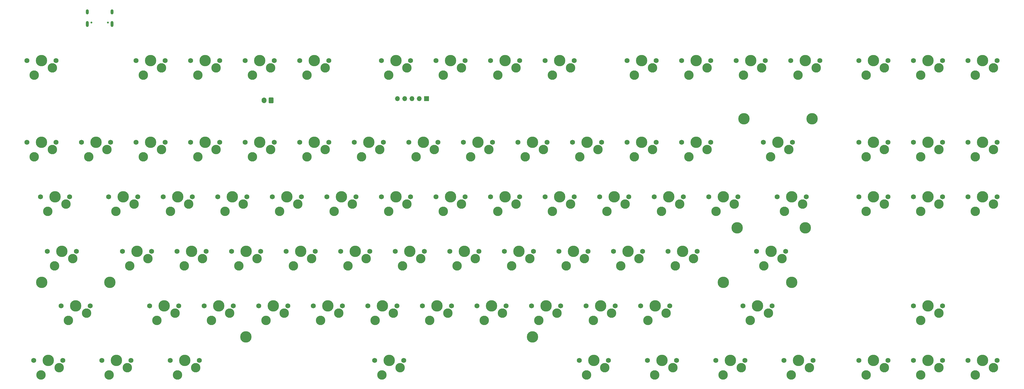
<source format=gbr>
%TF.GenerationSoftware,KiCad,Pcbnew,8.0.8*%
%TF.CreationDate,2025-02-03T21:48:35-05:00*%
%TF.ProjectId,OakSpring,4f616b53-7072-4696-9e67-2e6b69636164,rev?*%
%TF.SameCoordinates,Original*%
%TF.FileFunction,Soldermask,Top*%
%TF.FilePolarity,Negative*%
%FSLAX46Y46*%
G04 Gerber Fmt 4.6, Leading zero omitted, Abs format (unit mm)*
G04 Created by KiCad (PCBNEW 8.0.8) date 2025-02-03 21:48:35*
%MOMM*%
%LPD*%
G01*
G04 APERTURE LIST*
G04 Aperture macros list*
%AMRoundRect*
0 Rectangle with rounded corners*
0 $1 Rounding radius*
0 $2 $3 $4 $5 $6 $7 $8 $9 X,Y pos of 4 corners*
0 Add a 4 corners polygon primitive as box body*
4,1,4,$2,$3,$4,$5,$6,$7,$8,$9,$2,$3,0*
0 Add four circle primitives for the rounded corners*
1,1,$1+$1,$2,$3*
1,1,$1+$1,$4,$5*
1,1,$1+$1,$6,$7*
1,1,$1+$1,$8,$9*
0 Add four rect primitives between the rounded corners*
20,1,$1+$1,$2,$3,$4,$5,0*
20,1,$1+$1,$4,$5,$6,$7,0*
20,1,$1+$1,$6,$7,$8,$9,0*
20,1,$1+$1,$8,$9,$2,$3,0*%
G04 Aperture macros list end*
%ADD10C,3.987800*%
%ADD11C,1.750000*%
%ADD12C,3.300000*%
%ADD13R,1.700000X1.700000*%
%ADD14O,1.700000X1.700000*%
%ADD15RoundRect,0.250000X0.600000X0.750000X-0.600000X0.750000X-0.600000X-0.750000X0.600000X-0.750000X0*%
%ADD16O,1.700000X2.000000*%
%ADD17C,0.650000*%
%ADD18O,1.000000X1.800000*%
%ADD19O,1.000000X2.100000*%
G04 APERTURE END LIST*
D10*
%TO.C,S5*%
X209518250Y-134623050D03*
X109505750Y-134623050D03*
%TD*%
%TO.C,S4*%
X304800000Y-96520000D03*
X280987500Y-96520000D03*
%TD*%
%TO.C,S3*%
X300037500Y-115570000D03*
X276225000Y-115570000D03*
%TD*%
%TO.C,S2*%
X61976000Y-115570000D03*
X38163500Y-115570000D03*
%TD*%
%TO.C,S1*%
X307181250Y-58420000D03*
X283368750Y-58420000D03*
%TD*%
D11*
%TO.C,MX17*%
X33020000Y-66675000D03*
D10*
X38100000Y-66675000D03*
D11*
X43180000Y-66675000D03*
D12*
X41910000Y-69215000D03*
X35560000Y-71755000D03*
%TD*%
D11*
%TO.C,MX7*%
X175895000Y-38100000D03*
D10*
X180975000Y-38100000D03*
D11*
X186055000Y-38100000D03*
D12*
X184785000Y-40640000D03*
X178435000Y-43180000D03*
%TD*%
D11*
%TO.C,MX24*%
X166370000Y-66675000D03*
D10*
X171450000Y-66675000D03*
D11*
X176530000Y-66675000D03*
D12*
X175260000Y-69215000D03*
X168910000Y-71755000D03*
%TD*%
D11*
%TO.C,MX10*%
X242570000Y-38100000D03*
D10*
X247650000Y-38100000D03*
D11*
X252730000Y-38100000D03*
D12*
X251460000Y-40640000D03*
X245110000Y-43180000D03*
%TD*%
D11*
%TO.C,MX75*%
X283051250Y-123825000D03*
D10*
X288131250Y-123825000D03*
D11*
X293211250Y-123825000D03*
D12*
X291941250Y-126365000D03*
X285591250Y-128905000D03*
%TD*%
D11*
%TO.C,MX71*%
X190182500Y-123825000D03*
D10*
X195262500Y-123825000D03*
D11*
X200342500Y-123825000D03*
D12*
X199072500Y-126365000D03*
X192722500Y-128905000D03*
%TD*%
D11*
%TO.C,MX74*%
X247332500Y-123825000D03*
D10*
X252412500Y-123825000D03*
D11*
X257492500Y-123825000D03*
D12*
X256222500Y-126365000D03*
X249872500Y-128905000D03*
%TD*%
D11*
%TO.C,MX68*%
X133032500Y-123825000D03*
D10*
X138112500Y-123825000D03*
D11*
X143192500Y-123825000D03*
D12*
X141922500Y-126365000D03*
X135572500Y-128905000D03*
%TD*%
D11*
%TO.C,MX44*%
X233045000Y-85725000D03*
D10*
X238125000Y-85725000D03*
D11*
X243205000Y-85725000D03*
D12*
X241935000Y-88265000D03*
X235585000Y-90805000D03*
%TD*%
D11*
%TO.C,MX85*%
X323532500Y-142875000D03*
D10*
X328612500Y-142875000D03*
D11*
X333692500Y-142875000D03*
D12*
X332422500Y-145415000D03*
X326072500Y-147955000D03*
%TD*%
D11*
%TO.C,MX61*%
X237807500Y-104775000D03*
D10*
X242887500Y-104775000D03*
D11*
X247967500Y-104775000D03*
D12*
X246697500Y-107315000D03*
X240347500Y-109855000D03*
%TD*%
D11*
%TO.C,MX28*%
X242570000Y-66675000D03*
D10*
X247650000Y-66675000D03*
D11*
X252730000Y-66675000D03*
D12*
X251460000Y-69215000D03*
X245110000Y-71755000D03*
%TD*%
D11*
%TO.C,MX39*%
X137795000Y-85725000D03*
D10*
X142875000Y-85725000D03*
D11*
X147955000Y-85725000D03*
D12*
X146685000Y-88265000D03*
X140335000Y-90805000D03*
%TD*%
D11*
%TO.C,MX25*%
X185420000Y-66675000D03*
D10*
X190500000Y-66675000D03*
D11*
X195580000Y-66675000D03*
D12*
X194310000Y-69215000D03*
X187960000Y-71755000D03*
%TD*%
D11*
%TO.C,MX26*%
X204470000Y-66675000D03*
D10*
X209550000Y-66675000D03*
D11*
X214630000Y-66675000D03*
D12*
X213360000Y-69215000D03*
X207010000Y-71755000D03*
%TD*%
D11*
%TO.C,MX56*%
X142557500Y-104775000D03*
D10*
X147637500Y-104775000D03*
D11*
X152717500Y-104775000D03*
D12*
X151447500Y-107315000D03*
X145097500Y-109855000D03*
%TD*%
D11*
%TO.C,MX70*%
X171132500Y-123825000D03*
D10*
X176212500Y-123825000D03*
D11*
X181292500Y-123825000D03*
D12*
X180022500Y-126365000D03*
X173672500Y-128905000D03*
%TD*%
D11*
%TO.C,MX59*%
X199707500Y-104775000D03*
D10*
X204787500Y-104775000D03*
D11*
X209867500Y-104775000D03*
D12*
X208597500Y-107315000D03*
X202247500Y-109855000D03*
%TD*%
D11*
%TO.C,MX40*%
X156845000Y-85725000D03*
D10*
X161925000Y-85725000D03*
D11*
X167005000Y-85725000D03*
D12*
X165735000Y-88265000D03*
X159385000Y-90805000D03*
%TD*%
D11*
%TO.C,MX41*%
X175895000Y-85725000D03*
D10*
X180975000Y-85725000D03*
D11*
X186055000Y-85725000D03*
D12*
X184785000Y-88265000D03*
X178435000Y-90805000D03*
%TD*%
D13*
%TO.C,J3*%
X172525000Y-51450000D03*
D14*
X169985000Y-51450000D03*
X167445000Y-51450000D03*
X164905000Y-51450000D03*
X162365000Y-51450000D03*
%TD*%
D11*
%TO.C,MX42*%
X194945000Y-85725000D03*
D10*
X200025000Y-85725000D03*
D11*
X205105000Y-85725000D03*
D12*
X203835000Y-88265000D03*
X197485000Y-90805000D03*
%TD*%
D11*
%TO.C,MX38*%
X118745000Y-85725000D03*
D10*
X123825000Y-85725000D03*
D11*
X128905000Y-85725000D03*
D12*
X127635000Y-88265000D03*
X121285000Y-90805000D03*
%TD*%
D11*
%TO.C,MX15*%
X342582500Y-38100000D03*
D10*
X347662500Y-38100000D03*
D11*
X352742500Y-38100000D03*
D12*
X351472500Y-40640000D03*
X345122500Y-43180000D03*
%TD*%
D11*
%TO.C,MX76*%
X342582500Y-123825000D03*
D10*
X347662500Y-123825000D03*
D11*
X352742500Y-123825000D03*
D12*
X351472500Y-126365000D03*
X345122500Y-128905000D03*
%TD*%
D11*
%TO.C,MX66*%
X94932500Y-123825000D03*
D10*
X100012500Y-123825000D03*
D11*
X105092500Y-123825000D03*
D12*
X103822500Y-126365000D03*
X97472500Y-128905000D03*
%TD*%
D11*
%TO.C,MX52*%
X66357500Y-104775000D03*
D10*
X71437500Y-104775000D03*
D11*
X76517500Y-104775000D03*
D12*
X75247500Y-107315000D03*
X68897500Y-109855000D03*
%TD*%
D11*
%TO.C,MX35*%
X61595000Y-85725000D03*
D10*
X66675000Y-85725000D03*
D11*
X71755000Y-85725000D03*
D12*
X70485000Y-88265000D03*
X64135000Y-90805000D03*
%TD*%
D11*
%TO.C,MX55*%
X123507500Y-104775000D03*
D10*
X128587500Y-104775000D03*
D11*
X133667500Y-104775000D03*
D12*
X132397500Y-107315000D03*
X126047500Y-109855000D03*
%TD*%
D11*
%TO.C,MX80*%
X154463750Y-142875000D03*
D10*
X159543750Y-142875000D03*
D11*
X164623750Y-142875000D03*
D12*
X163353750Y-145415000D03*
X157003750Y-147955000D03*
%TD*%
D11*
%TO.C,MX51*%
X40163750Y-104775000D03*
D10*
X45243750Y-104775000D03*
D11*
X50323750Y-104775000D03*
D12*
X49053750Y-107315000D03*
X42703750Y-109855000D03*
%TD*%
D11*
%TO.C,MX50*%
X361632500Y-85725000D03*
D10*
X366712500Y-85725000D03*
D11*
X371792500Y-85725000D03*
D12*
X370522500Y-88265000D03*
X364172500Y-90805000D03*
%TD*%
D11*
%TO.C,MX73*%
X228282500Y-123825000D03*
D10*
X233362500Y-123825000D03*
D11*
X238442500Y-123825000D03*
D12*
X237172500Y-126365000D03*
X230822500Y-128905000D03*
%TD*%
D11*
%TO.C,MX8*%
X194945000Y-38100000D03*
D10*
X200025000Y-38100000D03*
D11*
X205105000Y-38100000D03*
D12*
X203835000Y-40640000D03*
X197485000Y-43180000D03*
%TD*%
D11*
%TO.C,MX53*%
X85407500Y-104775000D03*
D10*
X90487500Y-104775000D03*
D11*
X95567500Y-104775000D03*
D12*
X94297500Y-107315000D03*
X87947500Y-109855000D03*
%TD*%
D11*
%TO.C,MX81*%
X225901250Y-142875000D03*
D10*
X230981250Y-142875000D03*
D11*
X236061250Y-142875000D03*
D12*
X234791250Y-145415000D03*
X228441250Y-147955000D03*
%TD*%
D11*
%TO.C,MX84*%
X297338750Y-142875000D03*
D10*
X302418750Y-142875000D03*
D11*
X307498750Y-142875000D03*
D12*
X306228750Y-145415000D03*
X299878750Y-147955000D03*
%TD*%
D11*
%TO.C,MX3*%
X90170000Y-38100000D03*
D10*
X95250000Y-38100000D03*
D11*
X100330000Y-38100000D03*
D12*
X99060000Y-40640000D03*
X92710000Y-43180000D03*
%TD*%
D11*
%TO.C,MX5*%
X128270000Y-38100000D03*
D10*
X133350000Y-38100000D03*
D11*
X138430000Y-38100000D03*
D12*
X137160000Y-40640000D03*
X130810000Y-43180000D03*
%TD*%
D11*
%TO.C,MX77*%
X35401250Y-142875000D03*
D10*
X40481250Y-142875000D03*
D11*
X45561250Y-142875000D03*
D12*
X44291250Y-145415000D03*
X37941250Y-147955000D03*
%TD*%
D11*
%TO.C,MX29*%
X261620000Y-66675000D03*
D10*
X266700000Y-66675000D03*
D11*
X271780000Y-66675000D03*
D12*
X270510000Y-69215000D03*
X264160000Y-71755000D03*
%TD*%
D11*
%TO.C,MX32*%
X342582500Y-66675000D03*
D10*
X347662500Y-66675000D03*
D11*
X352742500Y-66675000D03*
D12*
X351472500Y-69215000D03*
X345122500Y-71755000D03*
%TD*%
D11*
%TO.C,MX14*%
X323532500Y-38100000D03*
D10*
X328612500Y-38100000D03*
D11*
X333692500Y-38100000D03*
D12*
X332422500Y-40640000D03*
X326072500Y-43180000D03*
%TD*%
D11*
%TO.C,MX4*%
X109220000Y-38100000D03*
D10*
X114300000Y-38100000D03*
D11*
X119380000Y-38100000D03*
D12*
X118110000Y-40640000D03*
X111760000Y-43180000D03*
%TD*%
D11*
%TO.C,MX82*%
X249713750Y-142875000D03*
D10*
X254793750Y-142875000D03*
D11*
X259873750Y-142875000D03*
D12*
X258603750Y-145415000D03*
X252253750Y-147955000D03*
%TD*%
D11*
%TO.C,MX78*%
X59213750Y-142875000D03*
D10*
X64293750Y-142875000D03*
D11*
X69373750Y-142875000D03*
D12*
X68103750Y-145415000D03*
X61753750Y-147955000D03*
%TD*%
D11*
%TO.C,MX72*%
X209232500Y-123825000D03*
D10*
X214312500Y-123825000D03*
D11*
X219392500Y-123825000D03*
D12*
X218122500Y-126365000D03*
X211772500Y-128905000D03*
%TD*%
D11*
%TO.C,MX13*%
X299720000Y-38100000D03*
D10*
X304800000Y-38100000D03*
D11*
X309880000Y-38100000D03*
D12*
X308610000Y-40640000D03*
X302260000Y-43180000D03*
%TD*%
D11*
%TO.C,MX19*%
X71120000Y-66675000D03*
D10*
X76200000Y-66675000D03*
D11*
X81280000Y-66675000D03*
D12*
X80010000Y-69215000D03*
X73660000Y-71755000D03*
%TD*%
D11*
%TO.C,MX54*%
X104457500Y-104775000D03*
D10*
X109537500Y-104775000D03*
D11*
X114617500Y-104775000D03*
D12*
X113347500Y-107315000D03*
X106997500Y-109855000D03*
%TD*%
D15*
%TO.C,J2*%
X118325000Y-51975000D03*
D16*
X115825000Y-51975000D03*
%TD*%
D11*
%TO.C,MX79*%
X83026250Y-142875000D03*
D10*
X88106250Y-142875000D03*
D11*
X93186250Y-142875000D03*
D12*
X91916250Y-145415000D03*
X85566250Y-147955000D03*
%TD*%
D11*
%TO.C,MX49*%
X342582500Y-85725000D03*
D10*
X347662500Y-85725000D03*
D11*
X352742500Y-85725000D03*
D12*
X351472500Y-88265000D03*
X345122500Y-90805000D03*
%TD*%
D11*
%TO.C,MX43*%
X213995000Y-85725000D03*
D10*
X219075000Y-85725000D03*
D11*
X224155000Y-85725000D03*
D12*
X222885000Y-88265000D03*
X216535000Y-90805000D03*
%TD*%
D11*
%TO.C,MX2*%
X71120000Y-38100000D03*
D10*
X76200000Y-38100000D03*
D11*
X81280000Y-38100000D03*
D12*
X80010000Y-40640000D03*
X73660000Y-43180000D03*
%TD*%
D11*
%TO.C,MX87*%
X361632500Y-142875000D03*
D10*
X366712500Y-142875000D03*
D11*
X371792500Y-142875000D03*
D12*
X370522500Y-145415000D03*
X364172500Y-147955000D03*
%TD*%
D11*
%TO.C,MX18*%
X52070000Y-66675000D03*
D10*
X57150000Y-66675000D03*
D11*
X62230000Y-66675000D03*
D12*
X60960000Y-69215000D03*
X54610000Y-71755000D03*
%TD*%
D11*
%TO.C,MX64*%
X44926250Y-123825000D03*
D10*
X50006250Y-123825000D03*
D11*
X55086250Y-123825000D03*
D12*
X53816250Y-126365000D03*
X47466250Y-128905000D03*
%TD*%
D11*
%TO.C,MX83*%
X273526250Y-142875000D03*
D10*
X278606250Y-142875000D03*
D11*
X283686250Y-142875000D03*
D12*
X282416250Y-145415000D03*
X276066250Y-147955000D03*
%TD*%
D11*
%TO.C,MX47*%
X294957500Y-85725000D03*
D10*
X300037500Y-85725000D03*
D11*
X305117500Y-85725000D03*
D12*
X303847500Y-88265000D03*
X297497500Y-90805000D03*
%TD*%
D11*
%TO.C,MX20*%
X90170000Y-66675000D03*
D10*
X95250000Y-66675000D03*
D11*
X100330000Y-66675000D03*
D12*
X99060000Y-69215000D03*
X92710000Y-71755000D03*
%TD*%
D11*
%TO.C,MX9*%
X213995000Y-38100000D03*
D10*
X219075000Y-38100000D03*
D11*
X224155000Y-38100000D03*
D12*
X222885000Y-40640000D03*
X216535000Y-43180000D03*
%TD*%
D11*
%TO.C,MX1*%
X33020000Y-38100000D03*
D10*
X38100000Y-38100000D03*
D11*
X43180000Y-38100000D03*
D12*
X41910000Y-40640000D03*
X35560000Y-43180000D03*
%TD*%
D11*
%TO.C,MX23*%
X147320000Y-66675000D03*
D10*
X152400000Y-66675000D03*
D11*
X157480000Y-66675000D03*
D12*
X156210000Y-69215000D03*
X149860000Y-71755000D03*
%TD*%
D11*
%TO.C,MX30*%
X290195000Y-66675000D03*
D10*
X295275000Y-66675000D03*
D11*
X300355000Y-66675000D03*
D12*
X299085000Y-69215000D03*
X292735000Y-71755000D03*
%TD*%
D11*
%TO.C,MX45*%
X252095000Y-85725000D03*
D10*
X257175000Y-85725000D03*
D11*
X262255000Y-85725000D03*
D12*
X260985000Y-88265000D03*
X254635000Y-90805000D03*
%TD*%
D11*
%TO.C,MX46*%
X271145000Y-85725000D03*
D10*
X276225000Y-85725000D03*
D11*
X281305000Y-85725000D03*
D12*
X280035000Y-88265000D03*
X273685000Y-90805000D03*
%TD*%
D11*
%TO.C,MX65*%
X75882500Y-123825000D03*
D10*
X80962500Y-123825000D03*
D11*
X86042500Y-123825000D03*
D12*
X84772500Y-126365000D03*
X78422500Y-128905000D03*
%TD*%
D11*
%TO.C,MX6*%
X156845000Y-38100000D03*
D10*
X161925000Y-38100000D03*
D11*
X167005000Y-38100000D03*
D12*
X165735000Y-40640000D03*
X159385000Y-43180000D03*
%TD*%
D11*
%TO.C,MX58*%
X180657500Y-104775000D03*
D10*
X185737500Y-104775000D03*
D11*
X190817500Y-104775000D03*
D12*
X189547500Y-107315000D03*
X183197500Y-109855000D03*
%TD*%
D11*
%TO.C,MX36*%
X80645000Y-85725000D03*
D10*
X85725000Y-85725000D03*
D11*
X90805000Y-85725000D03*
D12*
X89535000Y-88265000D03*
X83185000Y-90805000D03*
%TD*%
D11*
%TO.C,MX31*%
X323532500Y-66675000D03*
D10*
X328612500Y-66675000D03*
D11*
X333692500Y-66675000D03*
D12*
X332422500Y-69215000D03*
X326072500Y-71755000D03*
%TD*%
D11*
%TO.C,MX27*%
X223520000Y-66675000D03*
D10*
X228600000Y-66675000D03*
D11*
X233680000Y-66675000D03*
D12*
X232410000Y-69215000D03*
X226060000Y-71755000D03*
%TD*%
D11*
%TO.C,MX69*%
X152082500Y-123825000D03*
D10*
X157162500Y-123825000D03*
D11*
X162242500Y-123825000D03*
D12*
X160972500Y-126365000D03*
X154622500Y-128905000D03*
%TD*%
D11*
%TO.C,MX67*%
X113982500Y-123825000D03*
D10*
X119062500Y-123825000D03*
D11*
X124142500Y-123825000D03*
D12*
X122872500Y-126365000D03*
X116522500Y-128905000D03*
%TD*%
D11*
%TO.C,MX48*%
X323532500Y-85725000D03*
D10*
X328612500Y-85725000D03*
D11*
X333692500Y-85725000D03*
D12*
X332422500Y-88265000D03*
X326072500Y-90805000D03*
%TD*%
D11*
%TO.C,MX37*%
X99695000Y-85725000D03*
D10*
X104775000Y-85725000D03*
D11*
X109855000Y-85725000D03*
D12*
X108585000Y-88265000D03*
X102235000Y-90805000D03*
%TD*%
D11*
%TO.C,MX22*%
X128270000Y-66675000D03*
D10*
X133350000Y-66675000D03*
D11*
X138430000Y-66675000D03*
D12*
X137160000Y-69215000D03*
X130810000Y-71755000D03*
%TD*%
D11*
%TO.C,MX21*%
X109220000Y-66675000D03*
D10*
X114300000Y-66675000D03*
D11*
X119380000Y-66675000D03*
D12*
X118110000Y-69215000D03*
X111760000Y-71755000D03*
%TD*%
D11*
%TO.C,MX33*%
X361632500Y-66675000D03*
D10*
X366712500Y-66675000D03*
D11*
X371792500Y-66675000D03*
D12*
X370522500Y-69215000D03*
X364172500Y-71755000D03*
%TD*%
D11*
%TO.C,MX11*%
X261620000Y-38100000D03*
D10*
X266700000Y-38100000D03*
D11*
X271780000Y-38100000D03*
D12*
X270510000Y-40640000D03*
X264160000Y-43180000D03*
%TD*%
D11*
%TO.C,MX63*%
X287813750Y-104775000D03*
D10*
X292893750Y-104775000D03*
D11*
X297973750Y-104775000D03*
D12*
X296703750Y-107315000D03*
X290353750Y-109855000D03*
%TD*%
D17*
%TO.C,J1*%
X55513764Y-24790764D03*
X61293764Y-24790764D03*
D18*
X54083764Y-21110764D03*
D19*
X54083764Y-25290764D03*
D18*
X62723764Y-21110764D03*
D19*
X62723764Y-25290764D03*
%TD*%
D11*
%TO.C,MX57*%
X161607500Y-104775000D03*
D10*
X166687500Y-104775000D03*
D11*
X171767500Y-104775000D03*
D12*
X170497500Y-107315000D03*
X164147500Y-109855000D03*
%TD*%
D11*
%TO.C,MX34*%
X37782500Y-85725000D03*
D10*
X42862500Y-85725000D03*
D11*
X47942500Y-85725000D03*
D12*
X46672500Y-88265000D03*
X40322500Y-90805000D03*
%TD*%
D11*
%TO.C,MX62*%
X256857500Y-104775000D03*
D10*
X261937500Y-104775000D03*
D11*
X267017500Y-104775000D03*
D12*
X265747500Y-107315000D03*
X259397500Y-109855000D03*
%TD*%
D11*
%TO.C,MX60*%
X218757500Y-104775000D03*
D10*
X223837500Y-104775000D03*
D11*
X228917500Y-104775000D03*
D12*
X227647500Y-107315000D03*
X221297500Y-109855000D03*
%TD*%
D11*
%TO.C,MX12*%
X280670000Y-38100000D03*
D10*
X285750000Y-38100000D03*
D11*
X290830000Y-38100000D03*
D12*
X289560000Y-40640000D03*
X283210000Y-43180000D03*
%TD*%
D11*
%TO.C,MX16*%
X361632500Y-38100000D03*
D10*
X366712500Y-38100000D03*
D11*
X371792500Y-38100000D03*
D12*
X370522500Y-40640000D03*
X364172500Y-43180000D03*
%TD*%
D11*
%TO.C,MX86*%
X342582500Y-142875000D03*
D10*
X347662500Y-142875000D03*
D11*
X352742500Y-142875000D03*
D12*
X351472500Y-145415000D03*
X345122500Y-147955000D03*
%TD*%
M02*

</source>
